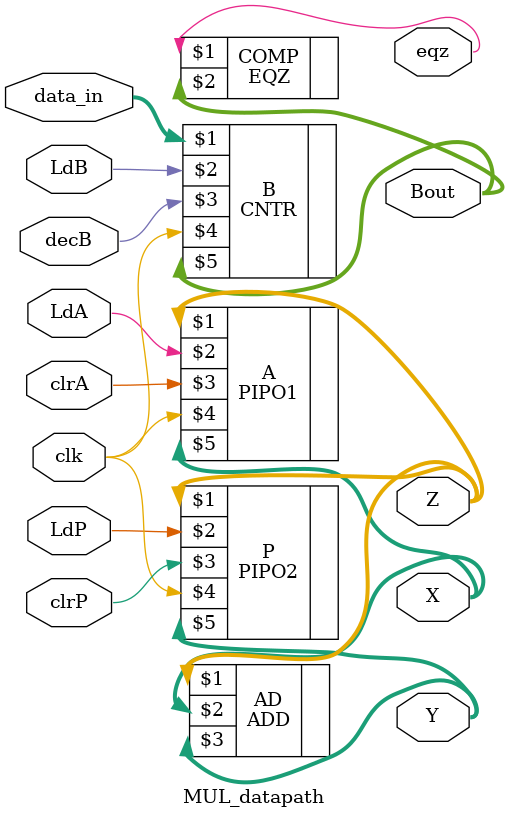
<source format=v>
module MUL_datapath(eqz, LdA, LdB, LdP, clrP,clrA, decB, data_in,clk,X,Y,Z,Bout);

input  LdA, LdB, LdP, clrP,clrA, decB,clk;
input [31:0] data_in;
//input [15:0] pdata_in;
output eqz;
output [31:0] X,Y,Z,Bout;


PIPO1 A (Z,LdA,clrA,clk,X);		// Register for A //
PIPO2 P (Z,LdP,clrP,clk,Y);	
//PIPO2 P (Z,LdP,pdata_in,clk,Y);       // Register for P //
CNTR B  (data_in,LdB,decB,clk,Bout);	     // Down counter for B //
ADD AD  (Z,X,Y);			   // Adder Module //
EQZ COMP (eqz,Bout);	         // A comparator ,that checks if B = zero or not //



endmodule
</source>
